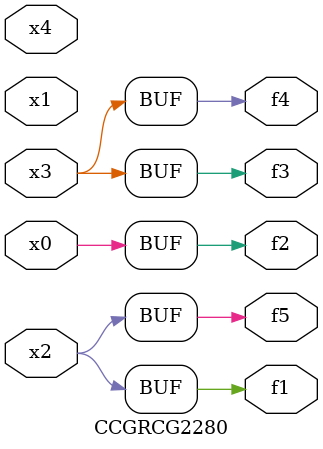
<source format=v>
module CCGRCG2280(
	input x0, x1, x2, x3, x4,
	output f1, f2, f3, f4, f5
);
	assign f1 = x2;
	assign f2 = x0;
	assign f3 = x3;
	assign f4 = x3;
	assign f5 = x2;
endmodule

</source>
